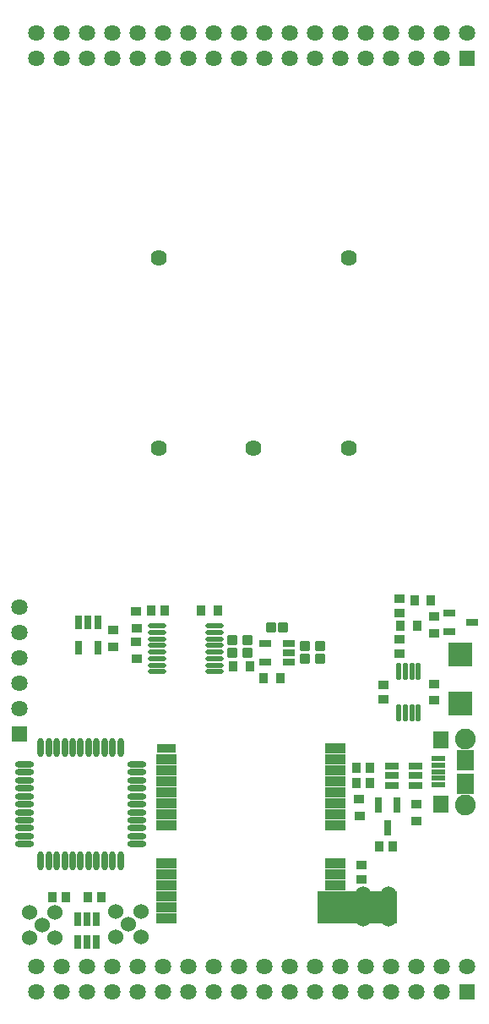
<source format=gts>
G04*
G04 #@! TF.GenerationSoftware,Altium Limited,Altium Designer,22.4.2 (48)*
G04*
G04 Layer_Color=8388736*
%FSLAX25Y25*%
%MOIN*%
G70*
G04*
G04 #@! TF.SameCoordinates,EE9FD93B-DFF2-4F26-82DF-D5074B5D0FFF*
G04*
G04*
G04 #@! TF.FilePolarity,Negative*
G04*
G01*
G75*
%ADD38R,0.31500X0.12500*%
%ADD39R,0.04043X0.03650*%
%ADD40R,0.09358X0.09752*%
%ADD41R,0.03650X0.04043*%
%ADD42R,0.02862X0.06406*%
%ADD43R,0.02862X0.05224*%
G04:AMPARAMS|DCode=44|XSize=42.4mil|YSize=42.4mil|CornerRadius=11.85mil|HoleSize=0mil|Usage=FLASHONLY|Rotation=180.000|XOffset=0mil|YOffset=0mil|HoleType=Round|Shape=RoundedRectangle|*
%AMROUNDEDRECTD44*
21,1,0.04240,0.01870,0,0,180.0*
21,1,0.01870,0.04240,0,0,180.0*
1,1,0.02370,-0.00935,0.00935*
1,1,0.02370,0.00935,0.00935*
1,1,0.02370,0.00935,-0.00935*
1,1,0.02370,-0.00935,-0.00935*
%
%ADD44ROUNDEDRECTD44*%
%ADD45R,0.07887X0.03950*%
%ADD46R,0.07587X0.03650*%
%ADD47R,0.05224X0.02862*%
%ADD48R,0.05815X0.02075*%
%ADD49R,0.06012X0.06799*%
%ADD50R,0.06799X0.07980*%
%ADD51R,0.04634X0.02862*%
%ADD52O,0.02075X0.06799*%
%ADD53O,0.07390X0.02665*%
%ADD54O,0.02665X0.07390*%
%ADD55R,0.02862X0.05224*%
%ADD56O,0.07193X0.01878*%
G04:AMPARAMS|DCode=57|XSize=42.4mil|YSize=42.4mil|CornerRadius=11.85mil|HoleSize=0mil|Usage=FLASHONLY|Rotation=270.000|XOffset=0mil|YOffset=0mil|HoleType=Round|Shape=RoundedRectangle|*
%AMROUNDEDRECTD57*
21,1,0.04240,0.01870,0,0,270.0*
21,1,0.01870,0.04240,0,0,270.0*
1,1,0.02370,-0.00935,-0.00935*
1,1,0.02370,-0.00935,0.00935*
1,1,0.02370,0.00935,0.00935*
1,1,0.02370,0.00935,-0.00935*
%
%ADD57ROUNDEDRECTD57*%
%ADD58R,0.04831X0.02862*%
%ADD59C,0.06012*%
%ADD60C,0.08177*%
%ADD61C,0.06406*%
%ADD62R,0.06406X0.06406*%
%ADD63C,0.06378*%
%ADD64R,0.06406X0.06406*%
D38*
X139750Y-120750D02*
D03*
D39*
X170000Y-6272D02*
D03*
X170039Y-12807D02*
D03*
X43461Y-11693D02*
D03*
X43500Y-18228D02*
D03*
X140539Y-84807D02*
D03*
X140500Y-78272D02*
D03*
X163039Y-86807D02*
D03*
X163000Y-80272D02*
D03*
X141500Y-104244D02*
D03*
Y-109756D02*
D03*
X170039Y-39307D02*
D03*
X170000Y-32772D02*
D03*
X150000Y-38756D02*
D03*
Y-33244D02*
D03*
X156500Y-15244D02*
D03*
Y-20756D02*
D03*
Y756D02*
D03*
Y-4756D02*
D03*
X52500Y-16272D02*
D03*
X52539Y-22807D02*
D03*
X52500Y-4272D02*
D03*
X52539Y-10807D02*
D03*
D40*
X180500Y-21354D02*
D03*
Y-40646D02*
D03*
D41*
X148244Y-97000D02*
D03*
X153756D02*
D03*
X139244Y-66000D02*
D03*
X144756D02*
D03*
X33244Y-117000D02*
D03*
X38756D02*
D03*
X19244D02*
D03*
X24756D02*
D03*
X90693Y-26039D02*
D03*
X97228Y-26000D02*
D03*
X139244Y-72000D02*
D03*
X144756D02*
D03*
X163307Y-9961D02*
D03*
X156772Y-10000D02*
D03*
X168807Y39D02*
D03*
X162272Y0D02*
D03*
X102772Y-30500D02*
D03*
X109307Y-30461D02*
D03*
X63756Y-4000D02*
D03*
X58244D02*
D03*
X84535Y-3961D02*
D03*
X78000Y-4000D02*
D03*
D42*
X155480Y-80500D02*
D03*
X148000D02*
D03*
X151740Y-89555D02*
D03*
D43*
X29260Y-134528D02*
D03*
X33000D02*
D03*
X36740D02*
D03*
Y-125472D02*
D03*
X33000D02*
D03*
X29260D02*
D03*
D44*
X96500Y-15539D02*
D03*
Y-20461D02*
D03*
X119000Y-22961D02*
D03*
Y-18039D02*
D03*
X125000D02*
D03*
Y-22961D02*
D03*
X90500Y-20461D02*
D03*
Y-15539D02*
D03*
D45*
X131000Y-58224D02*
D03*
Y-62555D02*
D03*
Y-66886D02*
D03*
Y-71216D02*
D03*
Y-75547D02*
D03*
Y-79878D02*
D03*
Y-84209D02*
D03*
Y-88539D02*
D03*
Y-103500D02*
D03*
Y-107831D02*
D03*
Y-112161D02*
D03*
Y-116492D02*
D03*
Y-120823D02*
D03*
X64500Y-125154D02*
D03*
Y-120823D02*
D03*
Y-116492D02*
D03*
Y-112161D02*
D03*
Y-107831D02*
D03*
Y-103500D02*
D03*
Y-88539D02*
D03*
Y-84209D02*
D03*
Y-79878D02*
D03*
Y-75547D02*
D03*
Y-71216D02*
D03*
Y-66886D02*
D03*
Y-62555D02*
D03*
D46*
X131000Y-125154D02*
D03*
X64500Y-58224D02*
D03*
D47*
X162528Y-72740D02*
D03*
Y-69000D02*
D03*
Y-65260D02*
D03*
X153472D02*
D03*
Y-69000D02*
D03*
Y-72740D02*
D03*
D48*
X171764Y-72618D02*
D03*
Y-70059D02*
D03*
Y-67500D02*
D03*
Y-64941D02*
D03*
Y-62382D02*
D03*
D49*
X172650Y-80098D02*
D03*
Y-54902D02*
D03*
D50*
X182295Y-72224D02*
D03*
Y-62776D02*
D03*
D51*
X175945Y-4760D02*
D03*
Y-12240D02*
D03*
X185000Y-8500D02*
D03*
D52*
X156161Y-44268D02*
D03*
X158721D02*
D03*
X161279D02*
D03*
X163839D02*
D03*
X156161Y-27732D02*
D03*
X158721D02*
D03*
X161279D02*
D03*
X163839D02*
D03*
D53*
X52744Y-67646D02*
D03*
Y-70795D02*
D03*
Y-73945D02*
D03*
Y-77095D02*
D03*
X52744Y-80244D02*
D03*
Y-83394D02*
D03*
X52744Y-86543D02*
D03*
Y-89693D02*
D03*
Y-92843D02*
D03*
Y-95992D02*
D03*
X8256D02*
D03*
Y-92843D02*
D03*
Y-89693D02*
D03*
Y-86543D02*
D03*
Y-83394D02*
D03*
Y-80244D02*
D03*
Y-77095D02*
D03*
Y-73945D02*
D03*
Y-70795D02*
D03*
Y-67646D02*
D03*
Y-64496D02*
D03*
X52744Y-64496D02*
D03*
D54*
X46248Y-102488D02*
D03*
X43098D02*
D03*
X39949D02*
D03*
X36799D02*
D03*
X33650Y-102488D02*
D03*
X30500Y-102488D02*
D03*
X27350D02*
D03*
X24201D02*
D03*
X21051D02*
D03*
X17902D02*
D03*
X14752D02*
D03*
X14752Y-58000D02*
D03*
X17902D02*
D03*
X21051D02*
D03*
X24201D02*
D03*
X27350D02*
D03*
X30500D02*
D03*
X33650D02*
D03*
X36799D02*
D03*
X39949D02*
D03*
X43098D02*
D03*
X46248D02*
D03*
D55*
X37240Y-8579D02*
D03*
X33500D02*
D03*
X29760D02*
D03*
Y-18421D02*
D03*
X37240D02*
D03*
D56*
X83220Y-27957D02*
D03*
Y-25398D02*
D03*
Y-22839D02*
D03*
Y-20279D02*
D03*
Y-17720D02*
D03*
Y-15161D02*
D03*
Y-12602D02*
D03*
Y-10043D02*
D03*
X60780Y-27957D02*
D03*
Y-25398D02*
D03*
Y-22839D02*
D03*
Y-20279D02*
D03*
Y-17720D02*
D03*
Y-15161D02*
D03*
Y-12602D02*
D03*
Y-10043D02*
D03*
D57*
X110461Y-10500D02*
D03*
X105539D02*
D03*
D58*
X112724Y-24240D02*
D03*
Y-20500D02*
D03*
Y-16760D02*
D03*
X103276D02*
D03*
Y-24240D02*
D03*
D59*
X44500Y-132500D02*
D03*
Y-122500D02*
D03*
X54500D02*
D03*
Y-132500D02*
D03*
X49500Y-127500D02*
D03*
X20500Y-133000D02*
D03*
X10500D02*
D03*
Y-123000D02*
D03*
X20500D02*
D03*
X15500Y-128000D02*
D03*
X152000Y-125500D02*
D03*
X142000D02*
D03*
Y-115500D02*
D03*
X152000D02*
D03*
X147000Y-120500D02*
D03*
D60*
X182295Y-80492D02*
D03*
Y-54508D02*
D03*
D61*
X6500Y-2500D02*
D03*
Y-12500D02*
D03*
Y-22500D02*
D03*
Y-32500D02*
D03*
Y-42500D02*
D03*
X13177Y223874D02*
D03*
Y213874D02*
D03*
X23177Y223874D02*
D03*
Y213874D02*
D03*
X33177Y223874D02*
D03*
Y213874D02*
D03*
X43177Y223874D02*
D03*
Y213874D02*
D03*
X53177Y223874D02*
D03*
Y213874D02*
D03*
X63177Y223874D02*
D03*
Y213874D02*
D03*
X73177Y223874D02*
D03*
Y213874D02*
D03*
X83177Y223874D02*
D03*
Y213874D02*
D03*
X93177Y223874D02*
D03*
Y213874D02*
D03*
X103177Y223874D02*
D03*
Y213874D02*
D03*
X113177Y223874D02*
D03*
Y213874D02*
D03*
X123177Y223874D02*
D03*
Y213874D02*
D03*
X133177Y223874D02*
D03*
Y213874D02*
D03*
X143177Y223874D02*
D03*
Y213874D02*
D03*
X153177Y223874D02*
D03*
Y213874D02*
D03*
X163177Y223874D02*
D03*
Y213874D02*
D03*
X173177Y223874D02*
D03*
Y213874D02*
D03*
X183177Y223874D02*
D03*
X13177Y-144079D02*
D03*
Y-154079D02*
D03*
X23177Y-144079D02*
D03*
Y-154079D02*
D03*
X33177Y-144079D02*
D03*
Y-154079D02*
D03*
X43177Y-144079D02*
D03*
Y-154079D02*
D03*
X53177Y-144079D02*
D03*
Y-154079D02*
D03*
X63177Y-144079D02*
D03*
Y-154079D02*
D03*
X73177Y-144079D02*
D03*
Y-154079D02*
D03*
X83177Y-144079D02*
D03*
Y-154079D02*
D03*
X93177Y-144079D02*
D03*
Y-154079D02*
D03*
X103177Y-144079D02*
D03*
Y-154079D02*
D03*
X113177Y-144079D02*
D03*
Y-154079D02*
D03*
X123177Y-144079D02*
D03*
Y-154079D02*
D03*
X133177Y-144079D02*
D03*
Y-154079D02*
D03*
X143177Y-144079D02*
D03*
Y-154079D02*
D03*
X153177Y-144079D02*
D03*
Y-154079D02*
D03*
X163177Y-144079D02*
D03*
Y-154079D02*
D03*
X173177Y-144079D02*
D03*
Y-154079D02*
D03*
X183177Y-144079D02*
D03*
D62*
X6500Y-52500D02*
D03*
D63*
X61252Y60248D02*
D03*
X98752D02*
D03*
X136252D02*
D03*
Y135248D02*
D03*
X61252D02*
D03*
D64*
X183177Y213874D02*
D03*
Y-154079D02*
D03*
M02*

</source>
